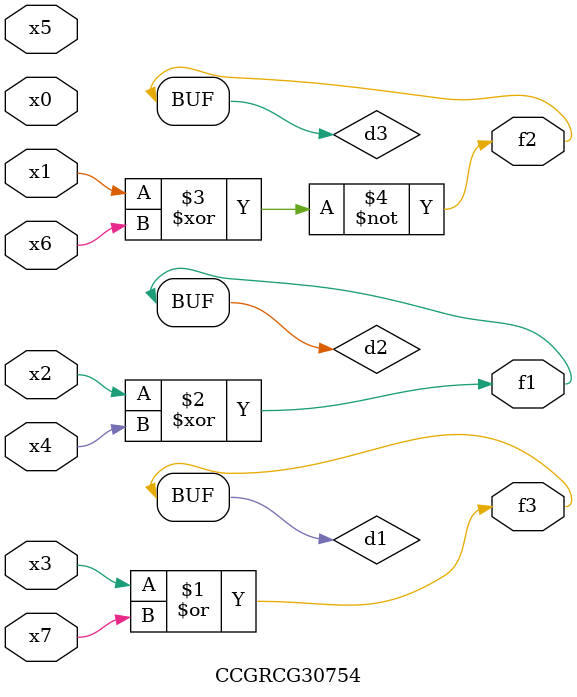
<source format=v>
module CCGRCG30754(
	input x0, x1, x2, x3, x4, x5, x6, x7,
	output f1, f2, f3
);

	wire d1, d2, d3;

	or (d1, x3, x7);
	xor (d2, x2, x4);
	xnor (d3, x1, x6);
	assign f1 = d2;
	assign f2 = d3;
	assign f3 = d1;
endmodule

</source>
